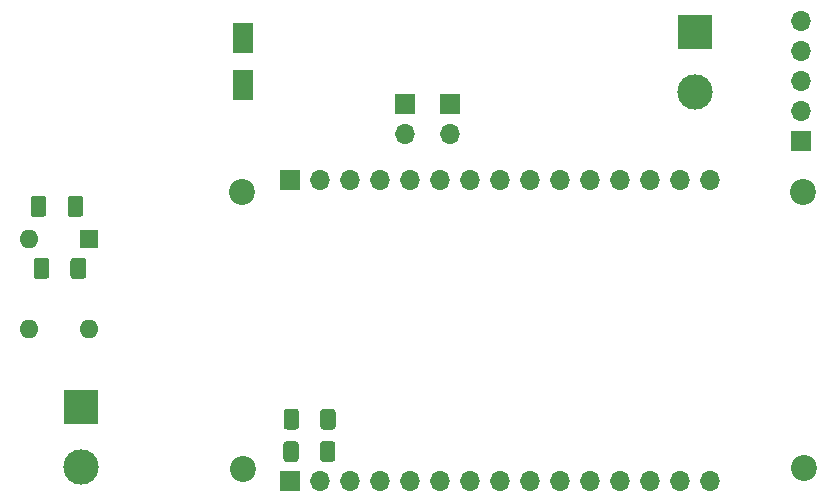
<source format=gbr>
%TF.GenerationSoftware,KiCad,Pcbnew,(5.1.10)-1*%
%TF.CreationDate,2023-06-15T19:01:16+02:00*%
%TF.ProjectId,Disney_door_opener,4469736e-6579-45f6-946f-6f725f6f7065,rev?*%
%TF.SameCoordinates,Original*%
%TF.FileFunction,Soldermask,Bot*%
%TF.FilePolarity,Negative*%
%FSLAX46Y46*%
G04 Gerber Fmt 4.6, Leading zero omitted, Abs format (unit mm)*
G04 Created by KiCad (PCBNEW (5.1.10)-1) date 2023-06-15 19:01:16*
%MOMM*%
%LPD*%
G01*
G04 APERTURE LIST*
%ADD10R,1.700000X1.700000*%
%ADD11O,1.700000X1.700000*%
%ADD12C,2.200000*%
%ADD13R,3.000000X3.000000*%
%ADD14C,3.000000*%
%ADD15O,1.600000X1.600000*%
%ADD16R,1.600000X1.600000*%
%ADD17R,1.800000X2.500000*%
G04 APERTURE END LIST*
D10*
%TO.C,J7*%
X151750000Y-58000000D03*
D11*
X154290000Y-58000000D03*
X156830000Y-58000000D03*
X159370000Y-58000000D03*
X161910000Y-58000000D03*
X164450000Y-58000000D03*
X166990000Y-58000000D03*
X169530000Y-58000000D03*
X172070000Y-58000000D03*
X174610000Y-58000000D03*
X177150000Y-58000000D03*
X179690000Y-58000000D03*
X182230000Y-58000000D03*
X184770000Y-58000000D03*
X187310000Y-58000000D03*
%TD*%
%TO.C,J6*%
X187310000Y-32500000D03*
X184770000Y-32500000D03*
X182230000Y-32500000D03*
X179690000Y-32500000D03*
X177150000Y-32500000D03*
X174610000Y-32500000D03*
X172070000Y-32500000D03*
X169530000Y-32500000D03*
X166990000Y-32500000D03*
X164450000Y-32500000D03*
X161910000Y-32500000D03*
X159370000Y-32500000D03*
X156830000Y-32500000D03*
X154290000Y-32500000D03*
D10*
X151750000Y-32500000D03*
%TD*%
D12*
%TO.C,H4*%
X195190000Y-33550000D03*
%TD*%
%TO.C,H3*%
X147710000Y-33560000D03*
%TD*%
%TO.C,H2*%
X195220000Y-56940000D03*
%TD*%
%TO.C,H1*%
X147720000Y-56950000D03*
%TD*%
%TO.C,R6*%
G36*
G01*
X152500000Y-52144999D02*
X152500000Y-53395001D01*
G75*
G02*
X152250001Y-53645000I-249999J0D01*
G01*
X151449999Y-53645000D01*
G75*
G02*
X151200000Y-53395001I0J249999D01*
G01*
X151200000Y-52144999D01*
G75*
G02*
X151449999Y-51895000I249999J0D01*
G01*
X152250001Y-51895000D01*
G75*
G02*
X152500000Y-52144999I0J-249999D01*
G01*
G37*
G36*
G01*
X155600000Y-52144999D02*
X155600000Y-53395001D01*
G75*
G02*
X155350001Y-53645000I-249999J0D01*
G01*
X154549999Y-53645000D01*
G75*
G02*
X154300000Y-53395001I0J249999D01*
G01*
X154300000Y-52144999D01*
G75*
G02*
X154549999Y-51895000I249999J0D01*
G01*
X155350001Y-51895000D01*
G75*
G02*
X155600000Y-52144999I0J-249999D01*
G01*
G37*
%TD*%
%TO.C,R5*%
G36*
G01*
X152470000Y-54884999D02*
X152470000Y-56135001D01*
G75*
G02*
X152220001Y-56385000I-249999J0D01*
G01*
X151419999Y-56385000D01*
G75*
G02*
X151170000Y-56135001I0J249999D01*
G01*
X151170000Y-54884999D01*
G75*
G02*
X151419999Y-54635000I249999J0D01*
G01*
X152220001Y-54635000D01*
G75*
G02*
X152470000Y-54884999I0J-249999D01*
G01*
G37*
G36*
G01*
X155570000Y-54884999D02*
X155570000Y-56135001D01*
G75*
G02*
X155320001Y-56385000I-249999J0D01*
G01*
X154519999Y-56385000D01*
G75*
G02*
X154270000Y-56135001I0J249999D01*
G01*
X154270000Y-54884999D01*
G75*
G02*
X154519999Y-54635000I249999J0D01*
G01*
X155320001Y-54635000D01*
G75*
G02*
X155570000Y-54884999I0J-249999D01*
G01*
G37*
%TD*%
D13*
%TO.C,J5*%
X186000000Y-20000000D03*
D14*
X186000000Y-25080000D03*
%TD*%
D10*
%TO.C,J4*%
X195000000Y-29250000D03*
D11*
X195000000Y-26710000D03*
X195000000Y-24170000D03*
X195000000Y-21630000D03*
X195000000Y-19090000D03*
%TD*%
%TO.C,C2*%
G36*
G01*
X134475000Y-39349997D02*
X134475000Y-40650003D01*
G75*
G02*
X134225003Y-40900000I-249997J0D01*
G01*
X133399997Y-40900000D01*
G75*
G02*
X133150000Y-40650003I0J249997D01*
G01*
X133150000Y-39349997D01*
G75*
G02*
X133399997Y-39100000I249997J0D01*
G01*
X134225003Y-39100000D01*
G75*
G02*
X134475000Y-39349997I0J-249997D01*
G01*
G37*
G36*
G01*
X131350000Y-39349997D02*
X131350000Y-40650003D01*
G75*
G02*
X131100003Y-40900000I-249997J0D01*
G01*
X130274997Y-40900000D01*
G75*
G02*
X130025000Y-40650003I0J249997D01*
G01*
X130025000Y-39349997D01*
G75*
G02*
X130274997Y-39100000I249997J0D01*
G01*
X131100003Y-39100000D01*
G75*
G02*
X131350000Y-39349997I0J-249997D01*
G01*
G37*
%TD*%
%TO.C,C3*%
G36*
G01*
X131100000Y-34099997D02*
X131100000Y-35400003D01*
G75*
G02*
X130850003Y-35650000I-249997J0D01*
G01*
X130024997Y-35650000D01*
G75*
G02*
X129775000Y-35400003I0J249997D01*
G01*
X129775000Y-34099997D01*
G75*
G02*
X130024997Y-33850000I249997J0D01*
G01*
X130850003Y-33850000D01*
G75*
G02*
X131100000Y-34099997I0J-249997D01*
G01*
G37*
G36*
G01*
X134225000Y-34099997D02*
X134225000Y-35400003D01*
G75*
G02*
X133975003Y-35650000I-249997J0D01*
G01*
X133149997Y-35650000D01*
G75*
G02*
X132900000Y-35400003I0J249997D01*
G01*
X132900000Y-34099997D01*
G75*
G02*
X133149997Y-33850000I249997J0D01*
G01*
X133975003Y-33850000D01*
G75*
G02*
X134225000Y-34099997I0J-249997D01*
G01*
G37*
%TD*%
D15*
%TO.C,D1*%
X134750000Y-45120000D03*
X129670000Y-37500000D03*
X129670000Y-45120000D03*
D16*
X134750000Y-37500000D03*
%TD*%
D10*
%TO.C,J2*%
X161500000Y-26075001D03*
D11*
X161500000Y-28615001D03*
%TD*%
%TO.C,J3*%
X165250000Y-28615001D03*
D10*
X165250000Y-26075001D03*
%TD*%
D17*
%TO.C,D3*%
X147750000Y-24500000D03*
X147750000Y-20500000D03*
%TD*%
D13*
%TO.C,J1*%
X134000000Y-51750000D03*
D14*
X134000000Y-56830000D03*
%TD*%
M02*

</source>
